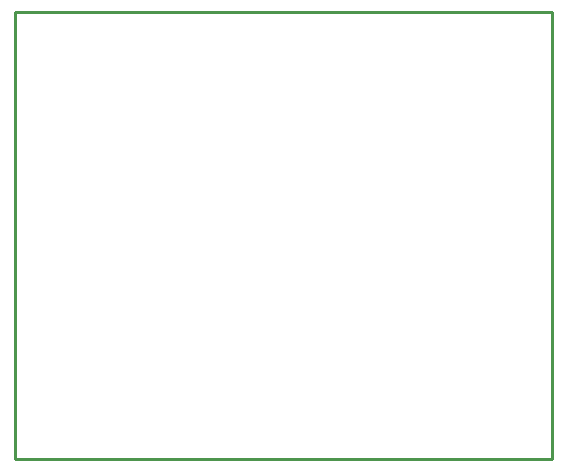
<source format=gbr>
G04 start of page 9 for group -4078 idx -4078 *
G04 Title: (unknown), bottomsilk *
G04 Creator: pcb 4.0.2 *
G04 CreationDate: Mon Aug 16 01:28:39 2021 UTC *
G04 For: ndholmes *
G04 Format: Gerber/RS-274X *
G04 PCB-Dimensions (mil): 1800.00 1500.00 *
G04 PCB-Coordinate-Origin: lower left *
%MOIN*%
%FSLAX25Y25*%
%LNBOTTOMSILK*%
%ADD41C,0.0100*%
G54D41*X500Y500D02*X179500D01*
Y149500D01*
X500D01*
Y500D01*
M02*

</source>
